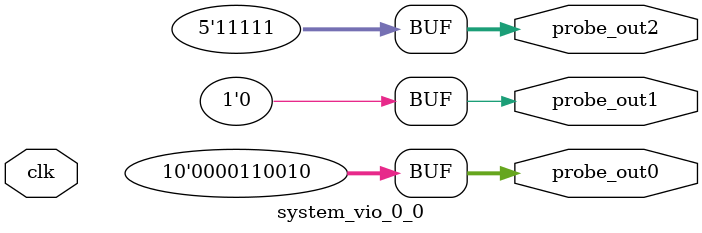
<source format=v>
`timescale 1ns / 1ps
module system_vio_0_0 (
clk,

probe_out0,
probe_out1,
probe_out2
);

input clk;

output reg [9 : 0] probe_out0 = 'h032 ;
output reg [0 : 0] probe_out1 = 'h0 ;
output reg [4 : 0] probe_out2 = 'h1F ;


endmodule

</source>
